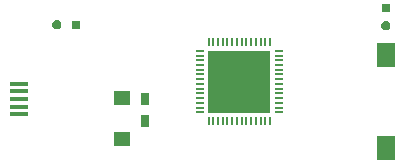
<source format=gtp>
G04*
G04 #@! TF.GenerationSoftware,Altium Limited,Altium Designer,21.6.1 (37)*
G04*
G04 Layer_Color=8421504*
%FSLAX25Y25*%
%MOIN*%
G70*
G04*
G04 #@! TF.SameCoordinates,071825C8-D767-4C1D-B5F0-F0FA3D86134F*
G04*
G04*
G04 #@! TF.FilePolarity,Positive*
G04*
G01*
G75*
%ADD16R,0.03000X0.03000*%
%ADD17P,0.03247X8X292.5*%
%ADD18R,0.05906X0.07874*%
%ADD19P,0.03247X8X202.5*%
%ADD20R,0.03000X0.03000*%
%ADD21R,0.06299X0.01378*%
%ADD22O,0.00787X0.02756*%
%ADD23O,0.02756X0.00787*%
%ADD24R,0.21063X0.21063*%
%ADD25R,0.03000X0.04000*%
%ADD26R,0.05512X0.04724*%
D16*
X618500Y371000D02*
D03*
D17*
Y364882D02*
D03*
D18*
Y355500D02*
D03*
X618579Y324269D02*
D03*
D19*
X508882Y365500D02*
D03*
D20*
X515000D02*
D03*
D21*
X496117Y338169D02*
D03*
Y335610D02*
D03*
Y345847D02*
D03*
Y340728D02*
D03*
Y343287D02*
D03*
D22*
X559264Y359689D02*
D03*
X560839D02*
D03*
X562413D02*
D03*
X563988D02*
D03*
X565563D02*
D03*
X567138D02*
D03*
X568713D02*
D03*
X570287D02*
D03*
X571862D02*
D03*
X573437D02*
D03*
X575012D02*
D03*
X576587D02*
D03*
X578161D02*
D03*
X579736D02*
D03*
Y333311D02*
D03*
X578161D02*
D03*
X576587D02*
D03*
X575012D02*
D03*
X573437D02*
D03*
X571862D02*
D03*
X570287D02*
D03*
X568713D02*
D03*
X567138D02*
D03*
X565563D02*
D03*
X563988D02*
D03*
X562413D02*
D03*
X560839D02*
D03*
X559264D02*
D03*
D23*
X582689Y356736D02*
D03*
Y355161D02*
D03*
Y353587D02*
D03*
Y352012D02*
D03*
Y350437D02*
D03*
Y348862D02*
D03*
Y347287D02*
D03*
Y345713D02*
D03*
Y344138D02*
D03*
Y342563D02*
D03*
Y340988D02*
D03*
Y339413D02*
D03*
Y337839D02*
D03*
Y336264D02*
D03*
X556311D02*
D03*
Y337839D02*
D03*
Y339413D02*
D03*
Y340988D02*
D03*
Y342563D02*
D03*
Y344138D02*
D03*
Y345713D02*
D03*
Y347287D02*
D03*
Y348862D02*
D03*
Y350437D02*
D03*
Y352012D02*
D03*
Y353587D02*
D03*
Y355161D02*
D03*
Y356736D02*
D03*
D24*
X569500Y346500D02*
D03*
D25*
X538000Y340800D02*
D03*
Y333500D02*
D03*
D26*
X530500Y327500D02*
D03*
Y340886D02*
D03*
M02*

</source>
